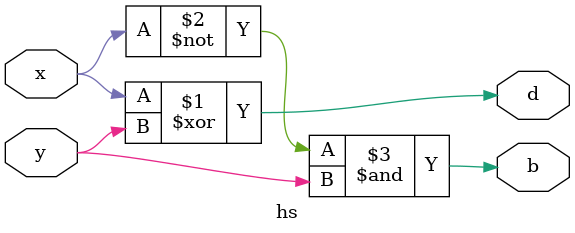
<source format=v>
`timescale 1ns / 1ps

module hs(
    input x, y,
    output d, b
    );
    
assign d = x^y;
assign b = ~x&y;

endmodule
</source>
